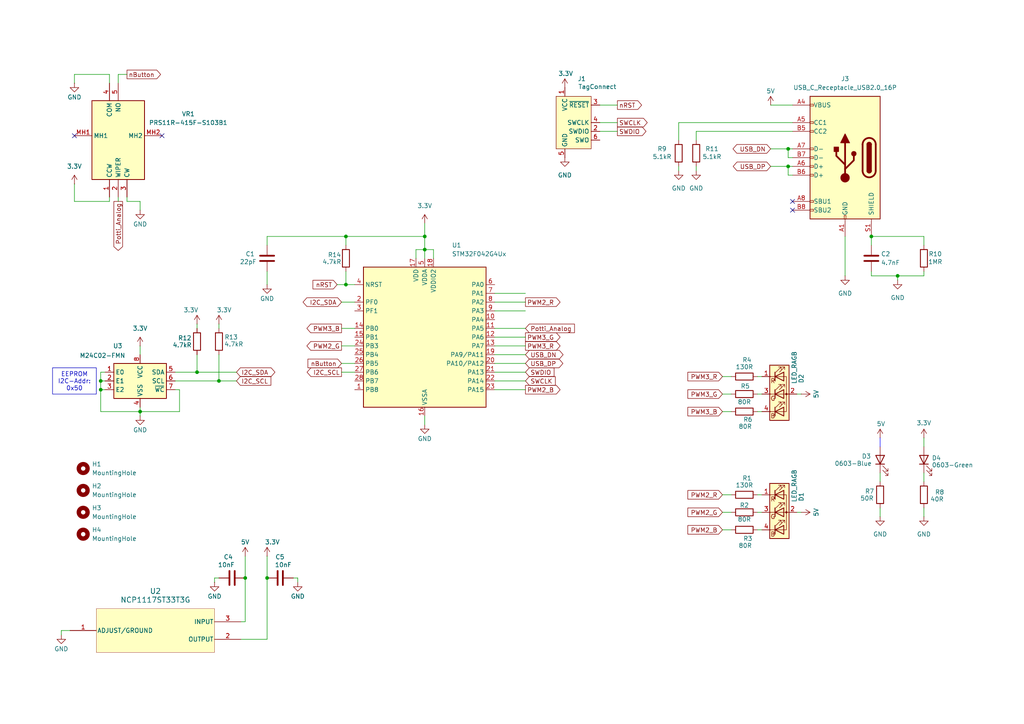
<source format=kicad_sch>
(kicad_sch (version 20231120) (generator "eeschema") (generator_version "8.0")
  (paper "A4")
  (lib_symbols
    (symbol "Connector:Conn_ARM_SWD_TagConnect_TC2030-NL" (in_bom no)
      (property "Reference" "J" (at 2.54 11.43 0))
      (property "Value" "Conn_ARM_SWD_TagConnect_TC2030-NL" (at 2.54 8.89 0))
      (symbol "Conn_ARM_SWD_TagConnect_TC2030-NL_0_0"
        (pin power_in line (at -2.54 10.16 270) (length 2.54) (name "VCC") (number "1"))
        (pin bidirectional line (at 7.62 -2.54 180) (length 2.54) (name "SWDIO") (number "2"))
        (pin open_collector line (at 7.62 5.08 180) (length 2.54) (name "~{RESET}") (number "3"))
        (pin output line (at 7.62 0 180) (length 2.54) (name "SWCLK") (number "4"))
        (pin power_in line (at -2.54 -10.16 90) (length 2.54) (name "GND") (number "5"))
        (pin input line (at 7.62 -5.08 180) (length 2.54) (name "SWO") (number "6"))
      )
      (symbol "Conn_ARM_SWD_TagConnect_TC2030-NL_0_1"
        (rectangle (start -5.08 7.62) (end 5.08 -7.62) (fill (type background)))
      )
    )
    (symbol "Connector:USB_C_Receptacle_USB2.0_16P" (pin_names (offset 1.016))
      (property "Reference" "J" (at 0 22.225 0))
      (property "Value" "USB_C_Receptacle_USB2.0_16P" (at 0 19.685 0))
      (symbol "USB_C_Receptacle_USB2.0_16P_0_0"
        (rectangle (start -0.254 -17.78) (end 0.254 -16.764))
        (rectangle (start 10.16 -14.986) (end 9.144 -15.494))
        (rectangle (start 10.16 -12.446) (end 9.144 -12.954))
        (rectangle (start 10.16 -4.826) (end 9.144 -5.334))
        (rectangle (start 10.16 -2.286) (end 9.144 -2.794))
        (rectangle (start 10.16 0.254) (end 9.144 -0.254))
        (rectangle (start 10.16 2.794) (end 9.144 2.286))
        (rectangle (start 10.16 7.874) (end 9.144 7.366))
        (rectangle (start 10.16 10.414) (end 9.144 9.906))
        (rectangle (start 10.16 15.494) (end 9.144 14.986))
      )
      (symbol "USB_C_Receptacle_USB2.0_16P_0_1"
        (rectangle (start -10.16 17.78) (end 10.16 -17.78) (stroke (width 0.254)) (fill (type background)))
        (arc (start -8.89 -3.81) (mid -6.985 -5.7067) (end -5.08 -3.81) (stroke (width 0.508)))
        (arc (start -7.62 -3.81) (mid -6.985 -4.4423) (end -6.35 -3.81) (stroke (width 0.254)))
        (arc (start -7.62 -3.81) (mid -6.985 -4.4423) (end -6.35 -3.81) (stroke (width 0.254)) (fill (type outline)))
        (rectangle (start -7.62 -3.81) (end -6.35 3.81) (stroke (width 0.254)) (fill (type outline)))
        (arc (start -6.35 3.81) (mid -6.985 4.4423) (end -7.62 3.81) (stroke (width 0.254)))
        (arc (start -6.35 3.81) (mid -6.985 4.4423) (end -7.62 3.81) (stroke (width 0.254)) (fill (type outline)))
        (arc (start -5.08 3.81) (mid -6.985 5.7067) (end -8.89 3.81) (stroke (width 0.508)))
        (circle (center -2.54 1.143) (radius 0.635) (stroke (width 0.254)) (fill (type outline)))
        (circle (center 0 -5.842) (radius 1.27) (fill (type outline)))
        (polyline (pts (xy -8.89 -3.81) (xy -8.89 3.81)) (stroke (width 0.508)))
        (polyline (pts (xy -5.08 3.81) (xy -5.08 -3.81)) (stroke (width 0.508)))
        (polyline (pts (xy 0 -5.842) (xy 0 4.318)) (stroke (width 0.508)))
        (polyline (pts (xy 0 -3.302) (xy -2.54 -0.762) (xy -2.54 0.508)) (stroke (width 0.508)))
        (polyline (pts (xy 0 -2.032) (xy 2.54 0.508) (xy 2.54 1.778)) (stroke (width 0.508)))
        (polyline (pts (xy -1.27 4.318) (xy 0 6.858) (xy 1.27 4.318) (xy -1.27 4.318)) (stroke (width 0.254)) (fill (type outline)))
        (rectangle (start 1.905 1.778) (end 3.175 3.048) (stroke (width 0.254)) (fill (type outline)))
      )
      (symbol "USB_C_Receptacle_USB2.0_16P_1_1"
        (pin passive line (at 0 -22.86 90) (length 5.08) (name "GND") (number "A1"))
        (pin passive line (at 0 -22.86 90) (length 5.08) hide (name "GND") (number "A12"))
        (pin passive line (at 15.24 15.24 180) (length 5.08) (name "VBUS") (number "A4"))
        (pin bidirectional line (at 15.24 10.16 180) (length 5.08) (name "CC1") (number "A5"))
        (pin bidirectional line (at 15.24 -2.54 180) (length 5.08) (name "D+") (number "A6"))
        (pin bidirectional line (at 15.24 2.54 180) (length 5.08) (name "D-") (number "A7"))
        (pin bidirectional line (at 15.24 -12.7 180) (length 5.08) (name "SBU1") (number "A8"))
        (pin passive line (at 15.24 15.24 180) (length 5.08) hide (name "VBUS") (number "A9"))
        (pin passive line (at 0 -22.86 90) (length 5.08) hide (name "GND") (number "B1"))
        (pin passive line (at 0 -22.86 90) (length 5.08) hide (name "GND") (number "B12"))
        (pin passive line (at 15.24 15.24 180) (length 5.08) hide (name "VBUS") (number "B4"))
        (pin bidirectional line (at 15.24 7.62 180) (length 5.08) (name "CC2") (number "B5"))
        (pin bidirectional line (at 15.24 -5.08 180) (length 5.08) (name "D+") (number "B6"))
        (pin bidirectional line (at 15.24 0 180) (length 5.08) (name "D-") (number "B7"))
        (pin bidirectional line (at 15.24 -15.24 180) (length 5.08) (name "SBU2") (number "B8"))
        (pin passive line (at 15.24 15.24 180) (length 5.08) hide (name "VBUS") (number "B9"))
        (pin passive line (at -7.62 -22.86 90) (length 5.08) (name "SHIELD") (number "S1"))
      )
    )
    (symbol "Device:C" (pin_numbers hide) (pin_names (offset 0.254))
      (property "Reference" "C" (at 0.635 2.54 0))
      (property "Value" "C" (at 0.635 -2.54 0))
      (symbol "C_0_1"
        (polyline (pts (xy -2.032 -0.762) (xy 2.032 -0.762)) (stroke (width 0.508)))
        (polyline (pts (xy -2.032 0.762) (xy 2.032 0.762)) (stroke (width 0.508)))
      )
      (symbol "C_1_1"
        (pin passive line (at 0 3.81 270) (length 2.794) (name "~") (number "1"))
        (pin passive line (at 0 -3.81 90) (length 2.794) (name "~") (number "2"))
      )
    )
    (symbol "Device:LED_RAGB" (pin_names (offset 0) hide)
      (property "Reference" "D" (at 0 9.398 0))
      (property "Value" "LED_RAGB" (at 0 -8.89 0))
      (symbol "LED_RAGB_0_0"
        (text "B" (at -1.905 -6.35 0) (effects (font (size 1.27 1.27))))
        (text "G" (at -1.905 -1.27 0) (effects (font (size 1.27 1.27))))
        (text "R" (at -1.905 3.81 0) (effects (font (size 1.27 1.27))))
      )
      (symbol "LED_RAGB_0_1"
        (polyline (pts (xy -1.27 -5.08) (xy -2.54 -5.08)))
        (polyline (pts (xy -1.27 -5.08) (xy 1.27 -5.08)))
        (polyline (pts (xy -1.27 -3.81) (xy -1.27 -6.35)) (stroke (width 0.254)))
        (polyline (pts (xy -1.27 0) (xy -2.54 0)))
        (polyline (pts (xy -1.27 1.27) (xy -1.27 -1.27)) (stroke (width 0.254)))
        (polyline (pts (xy -1.27 5.08) (xy -2.54 5.08)))
        (polyline (pts (xy -1.27 5.08) (xy 1.27 5.08)))
        (polyline (pts (xy -1.27 6.35) (xy -1.27 3.81)) (stroke (width 0.254)))
        (polyline (pts (xy 1.27 0) (xy -1.27 0)))
        (polyline (pts (xy 1.27 0) (xy 2.54 0)))
        (polyline (pts (xy -1.27 1.27) (xy -1.27 -1.27) (xy -1.27 -1.27)))
        (polyline (pts (xy -1.27 6.35) (xy -1.27 3.81) (xy -1.27 3.81)))
        (polyline (pts (xy 1.27 -5.08) (xy 2.032 -5.08) (xy 2.032 5.08) (xy 1.27 5.08)))
        (polyline (pts (xy 1.27 -3.81) (xy 1.27 -6.35) (xy -1.27 -5.08) (xy 1.27 -3.81)) (stroke (width 0.254)))
        (polyline (pts (xy 1.27 1.27) (xy 1.27 -1.27) (xy -1.27 0) (xy 1.27 1.27)) (stroke (width 0.254)))
        (polyline (pts (xy 1.27 6.35) (xy 1.27 3.81) (xy -1.27 5.08) (xy 1.27 6.35)) (stroke (width 0.254)))
        (polyline (pts (xy -1.016 -3.81) (xy 0.508 -2.286) (xy -0.254 -2.286) (xy 0.508 -2.286) (xy 0.508 -3.048)))
        (polyline (pts (xy -1.016 1.27) (xy 0.508 2.794) (xy -0.254 2.794) (xy 0.508 2.794) (xy 0.508 2.032)))
        (polyline (pts (xy -1.016 6.35) (xy 0.508 7.874) (xy -0.254 7.874) (xy 0.508 7.874) (xy 0.508 7.112)))
        (polyline (pts (xy 0 -3.81) (xy 1.524 -2.286) (xy 0.762 -2.286) (xy 1.524 -2.286) (xy 1.524 -3.048)))
        (polyline (pts (xy 0 1.27) (xy 1.524 2.794) (xy 0.762 2.794) (xy 1.524 2.794) (xy 1.524 2.032)))
        (polyline (pts (xy 0 6.35) (xy 1.524 7.874) (xy 0.762 7.874) (xy 1.524 7.874) (xy 1.524 7.112)))
        (rectangle (start 1.27 -1.27) (end 1.27 1.27))
        (rectangle (start 1.27 1.27) (end 1.27 1.27))
        (rectangle (start 1.27 3.81) (end 1.27 6.35))
        (rectangle (start 1.27 6.35) (end 1.27 6.35))
        (circle (center 2.032 0) (radius 0.254) (fill (type outline)))
        (rectangle (start 2.794 8.382) (end -2.794 -7.62) (stroke (width 0.254)) (fill (type background)))
      )
      (symbol "LED_RAGB_1_1"
        (pin passive line (at -5.08 5.08 0) (length 2.54) (name "RK") (number "1"))
        (pin passive line (at 5.08 0 180) (length 2.54) (name "A") (number "2"))
        (pin passive line (at -5.08 0 0) (length 2.54) (name "GK") (number "3"))
        (pin passive line (at -5.08 -5.08 0) (length 2.54) (name "BK") (number "4"))
      )
    )
    (symbol "Device:R" (pin_numbers hide) (pin_names (offset 0))
      (property "Reference" "R" (at 2.032 0 90))
      (property "Value" "R" (at 0 0 90))
      (symbol "R_0_1"
        (rectangle (start -1.016 -2.54) (end 1.016 2.54) (stroke (width 0.254)))
      )
      (symbol "R_1_1"
        (pin passive line (at 0 3.81 270) (length 1.27) (name "~") (number "1"))
        (pin passive line (at 0 -3.81 90) (length 1.27) (name "~") (number "2"))
      )
    )
    (symbol "LED:IR26-21C_L110_TR8" (pin_numbers hide) (pin_names (offset 1.016) hide)
      (property "Reference" "D" (at 0 2.54 0))
      (property "Value" "IR26-21C_L110_TR8" (at 0 -3.81 0))
      (symbol "IR26-21C_L110_TR8_0_1"
        (polyline (pts (xy -1.27 -1.27) (xy -1.27 1.27)) (stroke (width 0.254)))
        (polyline (pts (xy -1.27 0) (xy 1.27 0)))
        (polyline (pts (xy 1.27 -1.27) (xy 1.27 1.27) (xy -1.27 0) (xy 1.27 -1.27)) (stroke (width 0.254)))
        (polyline (pts (xy -3.048 -0.762) (xy -4.572 -2.286) (xy -3.81 -2.286) (xy -4.572 -2.286) (xy -4.572 -1.524)))
        (polyline (pts (xy -1.778 -0.762) (xy -3.302 -2.286) (xy -2.54 -2.286) (xy -3.302 -2.286) (xy -3.302 -1.524)))
      )
      (symbol "IR26-21C_L110_TR8_1_1"
        (pin passive line (at -3.81 0 0) (length 2.54) (name "K") (number "1"))
        (pin passive line (at 3.81 0 180) (length 2.54) (name "A") (number "2"))
      )
    )
    (symbol "MCU_ST_STM32F0:STM32F042G4Ux"
      (property "Reference" "U" (at -17.78 21.59 0))
      (property "Value" "STM32F042G4Ux" (at 5.08 21.59 0))
      (symbol "STM32F042G4Ux_0_1"
        (rectangle (start -17.78 -20.32) (end 17.78 20.32) (stroke (width 0.254)) (fill (type background)))
      )
      (symbol "STM32F042G4Ux_1_1"
        (pin bidirectional line (at -20.32 -15.24 0) (length 2.54) (name "PB8") (number "1"))
        (pin bidirectional line (at 20.32 5.08 180) (length 2.54) (name "PA4") (number "10"))
        (pin bidirectional line (at 20.32 2.54 180) (length 2.54) (name "PA5") (number "11"))
        (pin bidirectional line (at 20.32 0 180) (length 2.54) (name "PA6") (number "12"))
        (pin bidirectional line (at 20.32 -2.54 180) (length 2.54) (name "PA7") (number "13"))
        (pin bidirectional line (at -20.32 2.54 0) (length 2.54) (name "PB0") (number "14"))
        (pin bidirectional line (at -20.32 0 0) (length 2.54) (name "PB1") (number "15"))
        (pin power_in line (at 0 -22.86 90) (length 2.54) (name "VSSA") (number "16"))
        (pin power_in line (at -2.54 22.86 270) (length 2.54) (name "VDD") (number "17"))
        (pin power_in line (at 2.54 22.86 270) (length 2.54) (name "VDDIO2") (number "18"))
        (pin bidirectional line (at 20.32 -5.08 180) (length 2.54) (name "PA9/PA11") (number "19"))
        (pin bidirectional line (at -20.32 10.16 0) (length 2.54) (name "PF0") (number "2"))
        (pin bidirectional line (at 20.32 -7.62 180) (length 2.54) (name "PA10/PA12") (number "20"))
        (pin bidirectional line (at 20.32 -10.16 180) (length 2.54) (name "PA13") (number "21"))
        (pin bidirectional line (at 20.32 -12.7 180) (length 2.54) (name "PA14") (number "22"))
        (pin bidirectional line (at 20.32 -15.24 180) (length 2.54) (name "PA15") (number "23"))
        (pin bidirectional line (at -20.32 -2.54 0) (length 2.54) (name "PB3") (number "24"))
        (pin bidirectional line (at -20.32 -5.08 0) (length 2.54) (name "PB4") (number "25"))
        (pin bidirectional line (at -20.32 -7.62 0) (length 2.54) (name "PB5") (number "26"))
        (pin bidirectional line (at -20.32 -10.16 0) (length 2.54) (name "PB6") (number "27"))
        (pin bidirectional line (at -20.32 -12.7 0) (length 2.54) (name "PB7") (number "28"))
        (pin bidirectional line (at -20.32 7.62 0) (length 2.54) (name "PF1") (number "3"))
        (pin input line (at -20.32 15.24 0) (length 2.54) (name "NRST") (number "4"))
        (pin power_in line (at 0 22.86 270) (length 2.54) (name "VDDA") (number "5"))
        (pin bidirectional line (at 20.32 15.24 180) (length 2.54) (name "PA0") (number "6"))
        (pin bidirectional line (at 20.32 12.7 180) (length 2.54) (name "PA1") (number "7"))
        (pin bidirectional line (at 20.32 10.16 180) (length 2.54) (name "PA2") (number "8"))
        (pin bidirectional line (at 20.32 7.62 180) (length 2.54) (name "PA3") (number "9"))
      )
    )
    (symbol "Mechanical:MountingHole" (pin_names (offset 1.016)) (exclude_from_sim yes) (in_bom no)
      (property "Reference" "H" (at 0 5.08 0))
      (property "Value" "MountingHole" (at 0 3.175 0))
      (symbol "MountingHole_0_1"
        (circle (center 0 0) (radius 1.27) (stroke (width 1.27)))
      )
    )
    (symbol "Memory_EEPROM:M24C02-FMN"
      (property "Reference" "U" (at -6.35 6.35 0))
      (property "Value" "M24C02-FMN" (at 7.62 6.35 0))
      (symbol "M24C02-FMN_0_1"
        (rectangle (start -7.62 5.08) (end 7.62 -5.08) (stroke (width 0.254)) (fill (type background)))
      )
      (symbol "M24C02-FMN_1_1"
        (pin input line (at -10.16 2.54 0) (length 2.54) (name "E0") (number "1"))
        (pin input line (at -10.16 0 0) (length 2.54) (name "E1") (number "2"))
        (pin input line (at -10.16 -2.54 0) (length 2.54) (name "E2") (number "3"))
        (pin power_in line (at 0 -7.62 90) (length 2.54) (name "VSS") (number "4"))
        (pin bidirectional line (at 10.16 2.54 180) (length 2.54) (name "SDA") (number "5"))
        (pin input line (at 10.16 0 180) (length 2.54) (name "SCL") (number "6"))
        (pin input line (at 10.16 -2.54 180) (length 2.54) (name "~{WC}") (number "7"))
        (pin power_in line (at 0 7.62 270) (length 2.54) (name "VCC") (number "8"))
      )
    )
    (symbol "NCP1117ST33T3G:NCP1117ST33T3G" (pin_names (offset 0.254))
      (property "Reference" "U2" (at 41.275 10.16 0))
      (property "Value" "NCP1117ST33T3G" (at 41.275 7.62 0))
      (symbol "NCP1117ST33T3G_0_1"
        (pin bidirectional line (at 16.51 -1.27 0) (length 7.62) (name "ADJUST/GROUND") (number "1"))
        (pin output line (at 66.04 -3.81 180) (length 7.62) (name "OUTPUT") (number "2"))
        (pin input line (at 66.04 1.27 180) (length 7.62) (name "INPUT") (number "3"))
      )
      (symbol "NCP1117ST33T3G_1_1"
        (rectangle (start 24.13 5.08) (end 58.42 -7.62) (stroke (width 0.0254)) (fill (type background)))
      )
    )
    (symbol "PRS11R-415F-S103B1:PRS11R-415F-S103B1"
      (property "Reference" "VR" (at 21.59 15.24 0))
      (property "Value" "PRS11R-415F-S103B1" (at 21.59 12.7 0))
      (symbol "PRS11R-415F-S103B1_1_1"
        (rectangle (start 5.08 10.16) (end 20.32 -12.7) (stroke (width 0.254)) (fill (type background)))
        (pin passive line (at 10.16 -17.78 90) (length 5.08) (name "CCW") (number "1"))
        (pin passive line (at 12.7 -17.78 90) (length 5.08) (name "WIPER") (number "2"))
        (pin passive line (at 15.24 -17.78 90) (length 5.08) (name "CW") (number "3"))
        (pin passive line (at 10.16 15.24 270) (length 5.08) (name "COM") (number "4"))
        (pin passive line (at 12.7 15.24 270) (length 5.08) (name "NO") (number "5"))
        (pin passive line (at 0 0 0) (length 5.08) (name "MH1") (number "MH1"))
        (pin passive line (at 25.4 0 180) (length 5.08) (name "MH2") (number "MH2"))
      )
    )
    (symbol "power:+3.3V" (power) (pin_numbers hide) (pin_names (offset 0) hide)
      (property "Value" "+3.3V" (at 0 3.556 0))
      (symbol "+3.3V_0_1"
        (polyline (pts (xy -0.762 1.27) (xy 0 2.54)))
        (polyline (pts (xy 0 0) (xy 0 2.54)))
        (polyline (pts (xy 0 2.54) (xy 0.762 1.27)))
      )
      (symbol "+3.3V_1_1"
        (pin power_in line (at 0 0 90) (length 0) (name "~") (number "1"))
      )
    )
    (symbol "power:+5V" (power) (pin_numbers hide) (pin_names (offset 0) hide)
      (property "Value" "+5V" (at 0 3.556 0))
      (symbol "+5V_0_1"
        (polyline (pts (xy -0.762 1.27) (xy 0 2.54)))
        (polyline (pts (xy 0 0) (xy 0 2.54)))
        (polyline (pts (xy 0 2.54) (xy 0.762 1.27)))
      )
      (symbol "+5V_1_1"
        (pin power_in line (at 0 0 90) (length 0) (name "~") (number "1"))
      )
    )
    (symbol "power:GND" (power) (pin_numbers hide) (pin_names (offset 0) hide)
      (property "Value" "GND" (at 0 -3.81 0))
      (symbol "GND_0_1"
        (polyline (pts (xy 0 0) (xy 0 -1.27) (xy 1.27 -1.27) (xy 0 -2.54) (xy -1.27 -1.27) (xy 0 -1.27)))
      )
      (symbol "GND_1_1"
        (pin power_in line (at 0 0 270) (length 0) (name "~") (number "1"))
      )
    )
  )
  (junction (at 123.19 72.39))
  (junction (at 228.6 48.26))
  (junction (at 63.5 110.49))
  (junction (at 123.19 68.58))
  (junction (at 77.47 167.64))
  (junction (at 40.64 119.38))
  (junction (at 29.21 110.49))
  (junction (at 29.21 113.03))
  (junction (at 260.35 80.01))
  (junction (at 228.6 43.18))
  (junction (at 100.33 68.58))
  (junction (at 57.15 107.95))
  (junction (at 252.73 68.58))
  (junction (at 71.12 167.64))
  (junction (at 100.33 82.55))
  (no_connect (at 21.59 39.37))
  (no_connect (at 46.99 39.37))
  (no_connect (at 229.87 58.42))
  (no_connect (at 229.87 60.96))
  (wire (pts (xy 77.47 68.58) (xy 100.33 68.58)))
  (wire (pts (xy 255.27 127) (xy 255.27 129.54)) (stroke (width 0) (color 0 0 255 1)))
  (wire (pts (xy 31.75 24.13) (xy 31.75 21.59)))
  (wire (pts (xy 52.07 119.38) (xy 40.64 119.38)))
  (wire (pts (xy 97.79 82.55) (xy 100.33 82.55)))
  (wire (pts (xy 99.06 107.95) (xy 102.87 107.95)))
  (wire (pts (xy 209.55 114.3) (xy 212.09 114.3)))
  (wire (pts (xy 100.33 68.58) (xy 123.19 68.58)))
  (wire (pts (xy 17.78 182.88) (xy 17.78 184.15)))
  (wire (pts (xy 100.33 82.55) (xy 102.87 82.55)))
  (wire (pts (xy 71.12 161.29) (xy 71.12 167.64)))
  (wire (pts (xy 196.85 35.56) (xy 229.87 35.56)))
  (wire (pts (xy 40.64 118.11) (xy 40.64 119.38)))
  (wire (pts (xy 143.51 107.95) (xy 152.4 107.95)))
  (wire (pts (xy 21.59 21.59) (xy 21.59 24.13)))
  (wire (pts (xy 267.97 127) (xy 267.97 129.54)))
  (wire (pts (xy 267.97 137.16) (xy 267.97 139.7)))
  (wire (pts (xy 252.73 80.01) (xy 260.35 80.01)))
  (wire (pts (xy 223.52 30.48) (xy 229.87 30.48)))
  (wire (pts (xy 63.5 102.87) (xy 63.5 110.49)))
  (wire (pts (xy 77.47 78.74) (xy 77.47 82.55)))
  (wire (pts (xy 29.21 110.49) (xy 29.21 113.03)))
  (wire (pts (xy 143.51 100.33) (xy 152.4 100.33)))
  (wire (pts (xy 29.21 107.95) (xy 29.21 110.49)))
  (wire (pts (xy 143.51 105.41) (xy 152.4 105.41)))
  (wire (pts (xy 223.52 43.18) (xy 228.6 43.18)))
  (wire (pts (xy 120.65 72.39) (xy 123.19 72.39)))
  (wire (pts (xy 228.6 43.18) (xy 229.87 43.18)))
  (wire (pts (xy 228.6 50.8) (xy 228.6 48.26)))
  (wire (pts (xy 123.19 120.65) (xy 123.19 123.19)))
  (wire (pts (xy 57.15 93.98) (xy 57.15 95.25)))
  (wire (pts (xy 99.06 87.63) (xy 102.87 87.63)))
  (wire (pts (xy 252.73 71.12) (xy 252.73 68.58)))
  (wire (pts (xy 31.75 58.42) (xy 31.75 57.15)))
  (wire (pts (xy 21.59 53.34) (xy 21.59 58.42)))
  (wire (pts (xy 123.19 72.39) (xy 123.19 74.93)))
  (wire (pts (xy 77.47 161.29) (xy 77.47 167.64)))
  (wire (pts (xy 30.48 107.95) (xy 29.21 107.95)))
  (wire (pts (xy 252.73 80.01) (xy 252.73 78.74)))
  (wire (pts (xy 209.55 143.51) (xy 212.09 143.51)))
  (wire (pts (xy 100.33 82.55) (xy 100.33 78.74)))
  (wire (pts (xy 260.35 80.01) (xy 260.35 81.28)))
  (wire (pts (xy 29.21 113.03) (xy 30.48 113.03)))
  (wire (pts (xy 77.47 167.64) (xy 77.47 185.42)))
  (wire (pts (xy 228.6 48.26) (xy 229.87 48.26)))
  (wire (pts (xy 220.98 114.3) (xy 219.71 114.3)))
  (wire (pts (xy 245.11 68.58) (xy 245.11 80.01)))
  (wire (pts (xy 40.64 100.33) (xy 40.64 102.87)))
  (wire (pts (xy 125.73 72.39) (xy 125.73 74.93)))
  (wire (pts (xy 143.51 87.63) (xy 152.4 87.63)))
  (wire (pts (xy 20.32 182.88) (xy 17.78 182.88)))
  (wire (pts (xy 71.12 167.64) (xy 71.12 180.34)))
  (wire (pts (xy 220.98 119.38) (xy 219.71 119.38)))
  (wire (pts (xy 29.21 119.38) (xy 40.64 119.38)))
  (wire (pts (xy 220.98 143.51) (xy 219.71 143.51)))
  (wire (pts (xy 57.15 107.95) (xy 68.58 107.95)))
  (wire (pts (xy 201.93 49.53) (xy 201.93 48.26)))
  (wire (pts (xy 100.33 71.12) (xy 100.33 68.58)))
  (wire (pts (xy 255.27 137.16) (xy 255.27 139.7)))
  (wire (pts (xy 123.19 68.58) (xy 123.19 72.39)))
  (wire (pts (xy 29.21 110.49) (xy 30.48 110.49)))
  (wire (pts (xy 125.73 72.39) (xy 123.19 72.39)))
  (wire (pts (xy 50.8 107.95) (xy 57.15 107.95)))
  (wire (pts (xy 223.52 48.26) (xy 228.6 48.26)))
  (wire (pts (xy 220.98 148.59) (xy 219.71 148.59)))
  (wire (pts (xy 201.93 40.64) (xy 201.93 38.1)))
  (wire (pts (xy 220.98 109.22) (xy 219.71 109.22)))
  (wire (pts (xy 99.06 95.25) (xy 102.87 95.25)))
  (wire (pts (xy 143.51 97.79) (xy 152.4 97.79)))
  (wire (pts (xy 143.51 90.17) (xy 152.4 90.17)))
  (wire (pts (xy 201.93 38.1) (xy 229.87 38.1)))
  (wire (pts (xy 229.87 50.8) (xy 228.6 50.8)))
  (wire (pts (xy 120.65 72.39) (xy 120.65 74.93)))
  (wire (pts (xy 36.83 58.42) (xy 36.83 57.15)))
  (wire (pts (xy 143.51 95.25) (xy 152.4 95.25)))
  (wire (pts (xy 57.15 102.87) (xy 57.15 107.95)))
  (wire (pts (xy 40.64 58.42) (xy 40.64 60.96)))
  (wire (pts (xy 63.5 93.98) (xy 63.5 95.25)))
  (wire (pts (xy 267.97 147.32) (xy 267.97 149.86)))
  (wire (pts (xy 220.98 153.67) (xy 219.71 153.67)))
  (wire (pts (xy 255.27 147.32) (xy 255.27 149.86)))
  (wire (pts (xy 260.35 80.01) (xy 267.97 80.01)))
  (wire (pts (xy 52.07 113.03) (xy 52.07 119.38)))
  (wire (pts (xy 228.6 45.72) (xy 228.6 43.18)))
  (wire (pts (xy 77.47 71.12) (xy 77.47 68.58)))
  (wire (pts (xy 173.99 30.48) (xy 179.07 30.48)))
  (wire (pts (xy 267.97 78.74) (xy 267.97 80.01)))
  (wire (pts (xy 36.83 58.42) (xy 40.64 58.42)))
  (wire (pts (xy 209.55 119.38) (xy 212.09 119.38)))
  (wire (pts (xy 34.29 21.59) (xy 36.83 21.59)))
  (wire (pts (xy 29.21 113.03) (xy 29.21 119.38)))
  (wire (pts (xy 34.29 24.13) (xy 34.29 21.59)))
  (wire (pts (xy 52.07 113.03) (xy 50.8 113.03)))
  (wire (pts (xy 21.59 58.42) (xy 31.75 58.42)))
  (wire (pts (xy 209.55 109.22) (xy 212.09 109.22)))
  (wire (pts (xy 62.23 168.91) (xy 62.23 167.64)))
  (wire (pts (xy 86.36 167.64) (xy 86.36 168.91)))
  (wire (pts (xy 267.97 68.58) (xy 267.97 71.12)))
  (wire (pts (xy 209.55 153.67) (xy 212.09 153.67)))
  (wire (pts (xy 143.51 85.09) (xy 152.4 85.09)))
  (wire (pts (xy 123.19 64.77) (xy 123.19 68.58)))
  (wire (pts (xy 143.51 110.49) (xy 152.4 110.49)))
  (wire (pts (xy 173.99 38.1) (xy 179.07 38.1)))
  (wire (pts (xy 40.64 119.38) (xy 40.64 120.65)))
  (wire (pts (xy 173.99 35.56) (xy 179.07 35.56)))
  (wire (pts (xy 21.59 21.59) (xy 31.75 21.59)))
  (wire (pts (xy 34.29 57.15) (xy 34.29 58.42)))
  (wire (pts (xy 71.12 180.34) (xy 69.85 180.34)))
  (wire (pts (xy 143.51 102.87) (xy 152.4 102.87)))
  (wire (pts (xy 143.51 113.03) (xy 152.4 113.03)))
  (wire (pts (xy 229.87 45.72) (xy 228.6 45.72)))
  (wire (pts (xy 99.06 100.33) (xy 102.87 100.33)))
  (wire (pts (xy 77.47 185.42) (xy 69.85 185.42)))
  (wire (pts (xy 62.23 167.64) (xy 63.5 167.64)))
  (wire (pts (xy 232.41 148.59) (xy 231.14 148.59)))
  (wire (pts (xy 232.41 114.3) (xy 231.14 114.3)))
  (wire (pts (xy 63.5 110.49) (xy 68.58 110.49)))
  (wire (pts (xy 85.09 167.64) (xy 86.36 167.64)))
  (wire (pts (xy 252.73 68.58) (xy 267.97 68.58)))
  (wire (pts (xy 50.8 110.49) (xy 63.5 110.49)))
  (wire (pts (xy 209.55 148.59) (xy 212.09 148.59)))
  (wire (pts (xy 99.06 105.41) (xy 102.87 105.41)))
  (wire (pts (xy 196.85 49.53) (xy 196.85 48.26)))
  (wire (pts (xy 196.85 40.64) (xy 196.85 35.56)))
  (text_box "EEPROM\nI2C-Addr: 0x50" (at 15.24 106.68 0) (size 12.7 7.62) (effects (font (size 1.27 1.27))))
  (global_label "SWCLK" (shape output) (at 179.07 35.56 0) (property "Intersheetrefs" "${INTERSHEET_REFS}" (effects (hide yes))))
  (global_label "USB_DN" (shape bidirectional) (at 152.4 102.87 0) (property "Intersheetrefs" "${INTERSHEET_REFS}" (effects (hide yes))))
  (global_label "PWM2_R" (shape output) (at 152.4 87.63 0) (property "Intersheetrefs" "${INTERSHEET_REFS}" (effects (hide yes))))
  (global_label "I2C_SDA" (shape bidirectional) (at 68.58 107.95 0) (property "Intersheetrefs" "${INTERSHEET_REFS}" (effects (hide yes))))
  (global_label "PWM3_B" (shape output) (at 99.06 95.25 180) (property "Intersheetrefs" "${INTERSHEET_REFS}" (effects (hide yes))))
  (global_label "nButton" (shape output) (at 36.83 21.59 0) (property "Intersheetrefs" "${INTERSHEET_REFS}" (effects (hide yes))))
  (global_label "PWM3_B" (shape input) (at 209.55 119.38 180) (property "Intersheetrefs" "${INTERSHEET_REFS}" (effects (hide yes))))
  (global_label "nButton" (shape input) (at 99.06 105.41 180) (property "Intersheetrefs" "${INTERSHEET_REFS}" (effects (hide yes))))
  (global_label "USB_DP" (shape bidirectional) (at 223.52 48.26 180) (property "Intersheetrefs" "${INTERSHEET_REFS}" (effects (hide yes))))
  (global_label "PWM3_R" (shape input) (at 209.55 109.22 180) (property "Intersheetrefs" "${INTERSHEET_REFS}" (effects (hide yes))))
  (global_label "USB_DN" (shape bidirectional) (at 223.52 43.18 180) (property "Intersheetrefs" "${INTERSHEET_REFS}" (effects (hide yes))))
  (global_label "Potti_Analog" (shape input) (at 152.4 95.25 0) (property "Intersheetrefs" "${INTERSHEET_REFS}" (effects (hide yes))))
  (global_label "PWM2_G" (shape input) (at 209.55 148.59 180) (property "Intersheetrefs" "${INTERSHEET_REFS}" (effects (hide yes))))
  (global_label "I2C_SCL" (shape output) (at 99.06 107.95 180) (property "Intersheetrefs" "${INTERSHEET_REFS}" (effects (hide yes))))
  (global_label "PWM2_G" (shape output) (at 99.06 100.33 180) (property "Intersheetrefs" "${INTERSHEET_REFS}" (effects (hide yes))))
  (global_label "PWM2_B" (shape input) (at 209.55 153.67 180) (property "Intersheetrefs" "${INTERSHEET_REFS}" (effects (hide yes))))
  (global_label "SWDIO" (shape output) (at 179.07 38.1 0) (property "Intersheetrefs" "${INTERSHEET_REFS}" (effects (hide yes))))
  (global_label "nRST" (shape input) (at 97.79 82.55 180) (property "Intersheetrefs" "${INTERSHEET_REFS}" (effects (hide yes))))
  (global_label "PWM2_B" (shape output) (at 152.4 113.03 0) (property "Intersheetrefs" "${INTERSHEET_REFS}" (effects (hide yes))))
  (global_label "PWM3_R" (shape output) (at 152.4 100.33 0) (property "Intersheetrefs" "${INTERSHEET_REFS}" (effects (hide yes))))
  (global_label "I2C_SDA" (shape bidirectional) (at 99.06 87.63 180) (property "Intersheetrefs" "${INTERSHEET_REFS}" (effects (hide yes))))
  (global_label "Potti_Analog" (shape output) (at 34.29 58.42 270) (property "Intersheetrefs" "${INTERSHEET_REFS}" (effects (hide yes))))
  (global_label "SWDIO" (shape input) (at 152.4 107.95 0) (property "Intersheetrefs" "${INTERSHEET_REFS}" (effects (hide yes))))
  (global_label "PWM3_G" (shape input) (at 209.55 114.3 180) (property "Intersheetrefs" "${INTERSHEET_REFS}" (effects (hide yes))))
  (global_label "USB_DP" (shape bidirectional) (at 152.4 105.41 0) (property "Intersheetrefs" "${INTERSHEET_REFS}" (effects (hide yes))))
  (global_label "PWM3_G" (shape output) (at 152.4 97.79 0) (property "Intersheetrefs" "${INTERSHEET_REFS}" (effects (hide yes))))
  (global_label "I2C_SCL" (shape input) (at 68.58 110.49 0) (property "Intersheetrefs" "${INTERSHEET_REFS}" (effects (hide yes))))
  (global_label "PWM2_R" (shape input) (at 209.55 143.51 180) (property "Intersheetrefs" "${INTERSHEET_REFS}" (effects (hide yes))))
  (global_label "nRST" (shape output) (at 179.07 30.48 0) (property "Intersheetrefs" "${INTERSHEET_REFS}" (effects (hide yes))))
  (global_label "SWCLK" (shape input) (at 152.4 110.49 0) (property "Intersheetrefs" "${INTERSHEET_REFS}" (effects (hide yes))))
  (symbol (lib_id "NCP1117ST33T3G:NCP1117ST33T3G") (at 3.81 181.61 0) (unit 1)
    (property "Reference" "U2" (at 45.085 171.45 0) (effects (font (size 1.524 1.524))))
    (property "Value" "NCP1117ST33T3G" (at 45.085 173.99 0) (effects (font (size 1.524 1.524))))
    (property "Footprint" "NCP1117ST33T3G:SOT223-3_ONS" (effects (hide yes)))
    (property "Datasheet" "NCP1117ST33T3G" (effects (hide yes)))
  )
  (symbol (lib_id "Device:R") (at 63.5 99.06 180) (unit 1)
    (property "Reference" "R13" (at 67.056 97.79 0))
    (property "Value" "4.7kR" (at 67.818 99.822 0))
    (property "Footprint" "Resistor_SMD:R_0805_2012Metric_Pad1.20x1.40mm_HandSolder" (effects (hide yes)))
    (property "Description" "Resistor" (effects (hide yes)))
  )
  (symbol (lib_id "power:GND") (at 123.19 123.19 0) (unit 1)
    (property "Reference" "#PWR011" (effects (hide yes)))
    (property "Value" "GND" (at 123.19 127.254 0))
    (property "Description" "Power symbol creates a global label with name \"GND\" , ground" (effects (hide yes)))
  )
  (symbol (lib_id "Device:C") (at 81.28 167.64 90) (unit 1)
    (property "Reference" "C5" (at 82.55 161.544 90) (effects (justify left)))
    (property "Value" "10nF" (at 84.582 163.83 90) (effects (justify left)))
    (property "Footprint" "Capacitor_SMD:C_0805_2012Metric" (effects (hide yes)))
    (property "Description" "Unpolarized capacitor" (effects (hide yes)))
  )
  (symbol (lib_id "power:GND") (at 40.64 60.96 0) (unit 1)
    (property "Reference" "#PWR029" (effects (hide yes)))
    (property "Value" "GND" (at 40.64 65.024 0))
    (property "Description" "Power symbol creates a global label with name \"GND\" , ground" (effects (hide yes)))
  )
  (symbol (lib_id "power:+5V") (at 267.97 127 0) (unit 1)
    (property "Reference" "#PWR07" (effects (hide yes)))
    (property "Value" "3.3V" (at 267.97 122.682 0))
    (property "Description" "Power symbol creates a global label with name \"+5V\"" (effects (hide yes)))
  )
  (symbol (lib_id "power:+3.3V") (at 63.5 93.98 0) (unit 1)
    (property "Reference" "#PWR019" (effects (hide yes)))
    (property "Value" "3.3V" (at 65.024 89.916 0))
    (property "Description" "Power symbol creates a global label with name \"+3.3V\"" (effects (hide yes)))
  )
  (symbol (lib_id "Device:LED_RAGB") (at 226.06 148.59 0) (unit 1)
    (property "Reference" "D1" (at 232.41 142.748 90) (effects (justify right)))
    (property "Value" "LED_RAGB" (at 230.378 136.144 90) (effects (justify right)))
    (property "Footprint" "LED_THT:LED_D5.0mm-4_RGB_Wide_Pins" (effects (hide yes)))
    (property "Description" "RGB LED, red/anode/green/blue" (effects (hide yes)))
  )
  (symbol (lib_id "Device:LED_RAGB") (at 226.06 114.3 0) (unit 1)
    (property "Reference" "D2" (at 232.41 108.458 90) (effects (justify right)))
    (property "Value" "LED_RAGB" (at 230.378 101.854 90) (effects (justify right)))
    (property "Footprint" "LED_THT:LED_D5.0mm-4_RGB_Wide_Pins" (effects (hide yes)))
    (property "Description" "RGB LED, red/anode/green/blue" (effects (hide yes)))
  )
  (symbol (lib_id "power:GND") (at 40.64 120.65 0) (unit 1)
    (property "Reference" "#PWR012" (effects (hide yes)))
    (property "Value" "GND" (at 40.64 124.714 0))
    (property "Description" "Power symbol creates a global label with name \"GND\" , ground" (effects (hide yes)))
  )
  (symbol (lib_id "Connector:Conn_ARM_SWD_TagConnect_TC2030-NL") (at 166.37 35.56 0) (unit 1) (in_bom no)
    (property "Reference" "J1" (at 169.926 22.86 0) (effects (justify right)))
    (property "Value" "TagConnect" (at 178.816 25.1459 0) (effects (justify right)))
    (property "Footprint" "Connector:Tag-Connect_TC2030-IDC-NL_2x03_P1.27mm_Vertical" (effects (hide yes)))
    (property "Datasheet" "https://www.tag-connect.com/wp-content/uploads/bsk-pdf-manager/TC2030-CTX_1.pdf" (effects (hide yes)))
    (property "Description" "Tag-Connect ARM Cortex SWD JTAG connector, 6 pin, no legs" (effects (hide yes)))
  )
  (symbol (lib_id "LED:IR26-21C_L110_TR8") (at 255.27 133.35 90) (unit 1)
    (property "Reference" "D3" (at 249.936 132.334 90) (effects (justify right)))
    (property "Value" "0603-Blue" (at 242.062 134.4294 90) (effects (justify right)))
    (property "Footprint" "LED_SMD:LED_0805_2012Metric_Pad1.15x1.40mm_HandSolder" (effects (hide yes)))
    (property "Datasheet" "http://www.everlight.com/file/ProductFile/IR26-21C-L110-TR8.pdf" (effects (hide yes)))
    (property "Description" "940nm, 20 deg, Infrared LED, 1206" (effects (hide yes)))
  )
  (symbol (lib_id "Mechanical:MountingHole") (at 24.13 135.89 0) (unit 1) (exclude_from_sim yes) (in_bom no)
    (property "Reference" "H1" (at 26.67 134.6199 0) (effects (justify left)))
    (property "Value" "MountingHole" (at 26.67 137.1599 0) (effects (justify left)))
    (property "Footprint" "MountingHole:MountingHole_2.2mm_M2_DIN965" (effects (hide yes)))
    (property "Description" "Mounting Hole without connection" (effects (hide yes)))
  )
  (symbol (lib_id "power:+5V") (at 255.27 127 0) (unit 1)
    (property "Reference" "#PWR05" (effects (hide yes)))
    (property "Value" "5V" (at 255.524 122.936 0))
    (property "Description" "Power symbol creates a global label with name \"+5V\"" (effects (hide yes)))
  )
  (symbol (lib_id "power:+3.3V") (at 40.64 100.33 0) (unit 1)
    (property "Reference" "#PWR017" (effects (hide yes)))
    (property "Value" "3.3V" (at 40.64 95.25 0))
    (property "Description" "Power symbol creates a global label with name \"+3.3V\"" (effects (hide yes)))
  )
  (symbol (lib_id "power:+5V") (at 232.41 114.3 270) (unit 1)
    (property "Reference" "#PWR020" (effects (hide yes)))
    (property "Value" "5V" (at 236.728 114.3 0))
    (property "Description" "Power symbol creates a global label with name \"+5V\"" (effects (hide yes)))
  )
  (symbol (lib_id "power:+3.3V") (at 71.12 161.29 0) (unit 1)
    (property "Reference" "#PWR024" (effects (hide yes)))
    (property "Value" "5V" (at 71.12 157.226 0))
    (property "Description" "Power symbol creates a global label with name \"+3.3V\"" (effects (hide yes)))
  )
  (symbol (lib_id "power:+3.3V") (at 223.52 30.48 0) (unit 1)
    (property "Reference" "#PWR026" (effects (hide yes)))
    (property "Value" "5V" (at 223.52 26.416 0))
    (property "Description" "Power symbol creates a global label with name \"+3.3V\"" (effects (hide yes)))
  )
  (symbol (lib_id "Device:R") (at 267.97 74.93 180) (unit 1)
    (property "Reference" "R10" (at 271.272 73.66 0))
    (property "Value" "1MR" (at 271.272 75.946 0))
    (property "Footprint" "Resistor_SMD:R_0805_2012Metric_Pad1.20x1.40mm_HandSolder" (effects (hide yes)))
    (property "Description" "Resistor" (effects (hide yes)))
  )
  (symbol (lib_id "PRS11R-415F-S103B1:PRS11R-415F-S103B1") (at 21.59 39.37 0) (unit 1)
    (property "Reference" "VR1" (at 54.61 33.0514 0))
    (property "Value" "PRS11R-415F-S103B1" (at 54.61 35.5914 0))
    (property "Footprint" "LIB_PRS11R-415F-S103B1:PRS11R415FS103B1" (effects (hide yes)))
    (property "Datasheet" "https://www.mouser.de/datasheet/2/54/Bourns_03252021_PRS11R_datasheet-2297956.pdf" (effects (hide yes)))
    (property "Description" "22 mm Rotary Metal Shaft Potentiometer" (effects (hide yes)))
    (property "Height" "21.8" (effects (hide yes)))
    (property "Mouser Part Number" "652-PRS11R415FS103B1" (effects (hide yes)))
    (property "Mouser Price/Stock" "https://www.mouser.co.uk/ProductDetail/Bourns/PRS11R-415F-S103B1?qs=IS%252B4QmGtzzqr7i5UCgusAg%3D%3D" (effects (hide yes)))
    (property "Manufacturer_Name" "Bourns" (effects (hide yes)))
    (property "Manufacturer_Part_Number" "PRS11R-415F-S103B1" (effects (hide yes)))
  )
  (symbol (lib_id "power:+3.3V") (at 21.59 53.34 0) (unit 1)
    (property "Reference" "#PWR030" (effects (hide yes)))
    (property "Value" "3.3V" (at 21.59 48.26 0))
    (property "Description" "Power symbol creates a global label with name \"+3.3V\"" (effects (hide yes)))
  )
  (symbol (lib_id "Device:R") (at 196.85 44.45 180) (unit 1)
    (property "Reference" "R9" (at 192.024 43.18 0))
    (property "Value" "5.1kR" (at 192.024 45.466 0))
    (property "Footprint" "Resistor_SMD:R_0805_2012Metric_Pad1.20x1.40mm_HandSolder" (effects (hide yes)))
    (property "Description" "Resistor" (effects (hide yes)))
  )
  (symbol (lib_id "power:GND") (at 21.59 24.13 0) (unit 1)
    (property "Reference" "#PWR04" (effects (hide yes)))
    (property "Value" "GND" (at 21.59 28.194 0))
    (property "Description" "Power symbol creates a global label with name \"GND\" , ground" (effects (hide yes)))
  )
  (symbol (lib_id "Device:R") (at 215.9 114.3 90) (unit 1)
    (property "Reference" "R5" (at 216.154 112.014 90))
    (property "Value" "80R" (at 215.9 116.586 90))
    (property "Footprint" "Resistor_SMD:R_0805_2012Metric_Pad1.20x1.40mm_HandSolder" (effects (hide yes)))
    (property "Description" "Resistor" (effects (hide yes)))
  )
  (symbol (lib_id "power:GND") (at 62.23 168.91 0) (unit 1)
    (property "Reference" "#PWR028" (effects (hide yes)))
    (property "Value" "GND" (at 62.23 172.974 0))
    (property "Description" "Power symbol creates a global label with name \"GND\" , ground" (effects (hide yes)))
  )
  (symbol (lib_id "Device:R") (at 215.9 109.22 90) (unit 1)
    (property "Reference" "R4" (at 216.662 104.394 90))
    (property "Value" "130R" (at 215.9 106.426 90))
    (property "Footprint" "Resistor_SMD:R_0805_2012Metric_Pad1.20x1.40mm_HandSolder" (effects (hide yes)))
    (property "Description" "Resistor" (effects (hide yes)))
  )
  (symbol (lib_id "power:GND") (at 267.97 149.86 0) (unit 1)
    (property "Reference" "#PWR08" (effects (hide yes)))
    (property "Value" "GND" (at 267.97 154.94 0))
    (property "Description" "Power symbol creates a global label with name \"GND\" , ground" (effects (hide yes)))
  )
  (symbol (lib_id "Device:R") (at 215.9 153.67 90) (unit 1)
    (property "Reference" "R3" (at 216.916 156.21 90))
    (property "Value" "80R" (at 216.154 158.242 90))
    (property "Footprint" "Resistor_SMD:R_0805_2012Metric_Pad1.20x1.40mm_HandSolder" (effects (hide yes)))
    (property "Description" "Resistor" (effects (hide yes)))
  )
  (symbol (lib_id "power:GND") (at 255.27 149.86 0) (unit 1)
    (property "Reference" "#PWR06" (effects (hide yes)))
    (property "Value" "GND" (at 255.27 154.94 0))
    (property "Description" "Power symbol creates a global label with name \"GND\" , ground" (effects (hide yes)))
  )
  (symbol (lib_id "power:+3.3V") (at 123.19 64.77 0) (unit 1)
    (property "Reference" "#PWR09" (effects (hide yes)))
    (property "Value" "3.3V" (at 123.19 59.69 0))
    (property "Description" "Power symbol creates a global label with name \"+3.3V\"" (effects (hide yes)))
  )
  (symbol (lib_id "Device:R") (at 215.9 119.38 90) (unit 1)
    (property "Reference" "R6" (at 216.916 121.666 90))
    (property "Value" "80R" (at 216.154 123.698 90))
    (property "Footprint" "Resistor_SMD:R_0805_2012Metric_Pad1.20x1.40mm_HandSolder" (effects (hide yes)))
    (property "Description" "Resistor" (effects (hide yes)))
  )
  (symbol (lib_id "Device:R") (at 57.15 99.06 180) (unit 1)
    (property "Reference" "R12" (at 53.594 98.044 0))
    (property "Value" "4.7kR" (at 52.832 100.076 0))
    (property "Footprint" "Resistor_SMD:R_0805_2012Metric_Pad1.20x1.40mm_HandSolder" (effects (hide yes)))
    (property "Description" "Resistor" (effects (hide yes)))
  )
  (symbol (lib_id "power:GND") (at 86.36 168.91 0) (unit 1)
    (property "Reference" "#PWR027" (effects (hide yes)))
    (property "Value" "GND" (at 86.36 172.974 0))
    (property "Description" "Power symbol creates a global label with name \"GND\" , ground" (effects (hide yes)))
  )
  (symbol (lib_id "MCU_ST_STM32F0:STM32F042G4Ux") (at 123.19 97.79 0) (unit 1)
    (property "Reference" "U1" (at 131.064 71.12 0) (effects (justify left)))
    (property "Value" "STM32F042G4Ux" (at 131.064 73.66 0) (effects (justify left)))
    (property "Footprint" "Package_DFN_QFN:QFN-28_4x4mm_P0.5mm" (effects (hide yes)))
    (property "Datasheet" "https://www.st.com/resource/en/datasheet/stm32f042g4.pdf" (effects (hide yes)))
    (property "Description" "STMicroelectronics Arm Cortex-M0 MCU, 16KB flash, 6KB RAM, 48 MHz, 2.0-3.6V, 23 GPIO, UFQFPN28" (effects (hide yes)))
  )
  (symbol (lib_id "Device:R") (at 215.9 148.59 90) (unit 1)
    (property "Reference" "R2" (at 215.9 146.558 90))
    (property "Value" "80R" (at 215.9 150.622 90))
    (property "Footprint" "Resistor_SMD:R_0805_2012Metric_Pad1.20x1.40mm_HandSolder" (effects (hide yes)))
    (property "Description" "Resistor" (effects (hide yes)))
  )
  (symbol (lib_id "Device:C") (at 252.73 74.93 0) (unit 1)
    (property "Reference" "C2" (at 255.524 73.66 0) (effects (justify left)))
    (property "Value" "4.7nF" (at 255.524 76.2 0) (effects (justify left)))
    (property "Footprint" "Capacitor_SMD:C_0805_2012Metric_Pad1.18x1.45mm_HandSolder" (effects (hide yes)))
    (property "Description" "Unpolarized capacitor" (effects (hide yes)))
  )
  (symbol (lib_id "Device:C") (at 67.31 167.64 90) (unit 1)
    (property "Reference" "C4" (at 67.564 161.544 90) (effects (justify left)))
    (property "Value" "10nF" (at 68.072 163.83 90) (effects (justify left)))
    (property "Footprint" "Capacitor_SMD:C_0805_2012Metric" (effects (hide yes)))
    (property "Description" "Unpolarized capacitor" (effects (hide yes)))
  )
  (symbol (lib_id "Device:R") (at 100.33 74.93 180) (unit 1)
    (property "Reference" "R14" (at 97.028 73.914 0))
    (property "Value" "4.7kR" (at 96.266 75.946 0))
    (property "Footprint" "Resistor_SMD:R_0805_2012Metric_Pad1.20x1.40mm_HandSolder" (effects (hide yes)))
    (property "Description" "Resistor" (effects (hide yes)))
  )
  (symbol (lib_id "power:GND") (at 201.93 49.53 0) (unit 1)
    (property "Reference" "#PWR016" (effects (hide yes)))
    (property "Value" "GND" (at 201.93 54.61 0))
    (property "Description" "Power symbol creates a global label with name \"GND\" , ground" (effects (hide yes)))
  )
  (symbol (lib_id "power:+5V") (at 163.83 25.4 0) (unit 1)
    (property "Reference" "#PWR02" (effects (hide yes)))
    (property "Value" "3.3V" (at 164.084 21.336 0))
    (property "Description" "Power symbol creates a global label with name \"+5V\"" (effects (hide yes)))
  )
  (symbol (lib_id "power:GND") (at 196.85 49.53 0) (unit 1)
    (property "Reference" "#PWR013" (effects (hide yes)))
    (property "Value" "GND" (at 196.85 54.61 0))
    (property "Description" "Power symbol creates a global label with name \"GND\" , ground" (effects (hide yes)))
  )
  (symbol (lib_id "power:+3.3V") (at 57.15 93.98 0) (unit 1)
    (property "Reference" "#PWR018" (effects (hide yes)))
    (property "Value" "3.3V" (at 55.372 89.916 0))
    (property "Description" "Power symbol creates a global label with name \"+3.3V\"" (effects (hide yes)))
  )
  (symbol (lib_id "LED:IR26-21C_L110_TR8") (at 267.97 133.35 90) (unit 1)
    (property "Reference" "D4" (at 270.256 132.842 90) (effects (justify right)))
    (property "Value" "0603-Green" (at 270.256 134.874 90) (effects (justify right)))
    (property "Footprint" "LED_SMD:LED_0805_2012Metric_Pad1.15x1.40mm_HandSolder" (effects (hide yes)))
    (property "Datasheet" "http://www.everlight.com/file/ProductFile/IR26-21C-L110-TR8.pdf" (effects (hide yes)))
    (property "Description" "940nm, 20 deg, Infrared LED, 1206" (effects (hide yes)))
  )
  (symbol (lib_id "power:+5V") (at 232.41 148.59 270) (unit 1)
    (property "Reference" "#PWR01" (effects (hide yes)))
    (property "Value" "5V" (at 236.728 148.59 0))
    (property "Description" "Power symbol creates a global label with name \"+5V\"" (effects (hide yes)))
  )
  (symbol (lib_id "Mechanical:MountingHole") (at 24.13 142.24 0) (unit 1) (exclude_from_sim yes) (in_bom no)
    (property "Reference" "H2" (at 26.67 140.9699 0) (effects (justify left)))
    (property "Value" "MountingHole" (at 26.67 143.5099 0) (effects (justify left)))
    (property "Footprint" "MountingHole:MountingHole_2.2mm_M2_DIN965" (effects (hide yes)))
    (property "Description" "Mounting Hole without connection" (effects (hide yes)))
  )
  (symbol (lib_id "power:GND") (at 17.78 184.15 0) (unit 1)
    (property "Reference" "#PWR023" (effects (hide yes)))
    (property "Value" "GND" (at 17.78 188.214 0))
    (property "Description" "Power symbol creates a global label with name \"GND\" , ground" (effects (hide yes)))
  )
  (symbol (lib_id "Mechanical:MountingHole") (at 24.13 148.59 0) (unit 1) (exclude_from_sim yes) (in_bom no)
    (property "Reference" "H3" (at 26.67 147.3199 0) (effects (justify left)))
    (property "Value" "MountingHole" (at 26.67 149.8599 0) (effects (justify left)))
    (property "Footprint" "MountingHole:MountingHole_2.2mm_M2_DIN965" (effects (hide yes)))
    (property "Description" "Mounting Hole without connection" (effects (hide yes)))
  )
  (symbol (lib_id "Device:C") (at 77.47 74.93 180) (unit 1)
    (property "Reference" "C1" (at 73.914 73.66 0) (effects (justify left)))
    (property "Value" "22pF" (at 74.422 75.946 0) (effects (justify left)))
    (property "Footprint" "Capacitor_SMD:C_0805_2012Metric" (effects (hide yes)))
    (property "Description" "Unpolarized capacitor" (effects (hide yes)))
  )
  (symbol (lib_id "Memory_EEPROM:M24C02-FMN") (at 40.64 110.49 0) (unit 1)
    (property "Reference" "U3" (at 32.766 100.33 0) (effects (justify left)))
    (property "Value" "M24C02-FMN" (at 23.114 103.124 0) (effects (justify left)))
    (property "Footprint" "Package_SO:SOIC-8_3.9x4.9mm_P1.27mm" (effects (hide yes)))
    (property "Datasheet" "http://www.st.com/content/ccc/resource/technical/document/datasheet/b0/d8/50/40/5a/85/49/6f/DM00071904.pdf/files/DM00071904.pdf/jcr:content/translations/en.DM00071904.pdf" (effects (hide yes)))
    (property "Description" "2Kb (256x8) I2C Serial EEPROM, 1.6-5.5V, SOIC-8" (effects (hide yes)))
  )
  (symbol (lib_id "power:GND") (at 260.35 81.28 0) (unit 1)
    (property "Reference" "#PWR015" (effects (hide yes)))
    (property "Value" "GND" (at 260.35 86.36 0))
    (property "Description" "Power symbol creates a global label with name \"GND\" , ground" (effects (hide yes)))
  )
  (symbol (lib_id "Device:R") (at 201.93 44.45 180) (unit 1)
    (property "Reference" "R11" (at 206.502 43.18 0))
    (property "Value" "5.1kR" (at 206.502 45.466 0))
    (property "Footprint" "Resistor_SMD:R_0805_2012Metric_Pad1.20x1.40mm_HandSolder" (effects (hide yes)))
    (property "Description" "Resistor" (effects (hide yes)))
  )
  (symbol (lib_id "power:GND") (at 77.47 82.55 0) (unit 1)
    (property "Reference" "#PWR010" (effects (hide yes)))
    (property "Value" "GND" (at 77.47 86.614 0))
    (property "Description" "Power symbol creates a global label with name \"GND\" , ground" (effects (hide yes)))
  )
  (symbol (lib_id "Mechanical:MountingHole") (at 24.13 154.94 0) (unit 1) (exclude_from_sim yes) (in_bom no)
    (property "Reference" "H4" (at 26.67 153.6699 0) (effects (justify left)))
    (property "Value" "MountingHole" (at 26.67 156.2099 0) (effects (justify left)))
    (property "Footprint" "MountingHole:MountingHole_2.2mm_M2_DIN965" (effects (hide yes)))
    (property "Description" "Mounting Hole without connection" (effects (hide yes)))
  )
  (symbol (lib_id "power:GND") (at 245.11 80.01 0) (unit 1)
    (property "Reference" "#PWR014" (effects (hide yes)))
    (property "Value" "GND" (at 245.11 85.09 0))
    (property "Description" "Power symbol creates a global label with name \"GND\" , ground" (effects (hide yes)))
  )
  (symbol (lib_id "Device:R") (at 255.27 143.51 180) (unit 1)
    (property "Reference" "R7" (at 252.222 142.494 0))
    (property "Value" "50R" (at 251.46 144.526 0))
    (property "Footprint" "Resistor_SMD:R_0805_2012Metric_Pad1.20x1.40mm_HandSolder" (effects (hide yes)))
    (property "Description" "Resistor" (effects (hide yes)))
  )
  (symbol (lib_id "power:GND") (at 163.83 45.72 0) (unit 1)
    (property "Reference" "#PWR03" (effects (hide yes)))
    (property "Value" "GND" (at 163.83 50.8 0))
    (property "Description" "Power symbol creates a global label with name \"GND\" , ground" (effects (hide yes)))
  )
  (symbol (lib_id "Connector:USB_C_Receptacle_USB2.0_16P") (at 245.11 45.72 0) (mirror y) (unit 1)
    (property "Reference" "J3" (at 245.11 22.86 0))
    (property "Value" "USB_C_Receptacle_USB2.0_16P" (at 245.11 25.4 0))
    (property "Footprint" "Connector_USB:USB_C_Receptacle_G-Switch_GT-USB-7010ASV" (effects (hide yes)))
    (property "Datasheet" "https://www.usb.org/sites/default/files/documents/usb_type-c.zip" (effects (hide yes)))
    (property "Description" "USB 2.0-only 16P Type-C Receptacle connector" (effects (hide yes)))
  )
  (symbol (lib_id "Device:R") (at 267.97 143.51 180) (unit 1)
    (property "Reference" "R8" (at 272.542 142.748 0))
    (property "Value" "40R" (at 271.78 144.78 0))
    (property "Footprint" "Resistor_SMD:R_0805_2012Metric_Pad1.20x1.40mm_HandSolder" (effects (hide yes)))
    (property "Description" "Resistor" (effects (hide yes)))
  )
  (symbol (lib_id "power:+3.3V") (at 77.47 161.29 0) (unit 1)
    (property "Reference" "#PWR025" (effects (hide yes)))
    (property "Value" "3.3V" (at 78.994 157.226 0))
    (property "Description" "Power symbol creates a global label with name \"+3.3V\"" (effects (hide yes)))
  )
  (symbol (lib_id "Device:R") (at 215.9 143.51 90) (unit 1)
    (property "Reference" "R1" (at 216.662 138.684 90))
    (property "Value" "130R" (at 215.9 140.716 90))
    (property "Footprint" "Resistor_SMD:R_0805_2012Metric_Pad1.20x1.40mm_HandSolder" (effects (hide yes)))
    (property "Description" "Resistor" (effects (hide yes)))
  )
)
</source>
